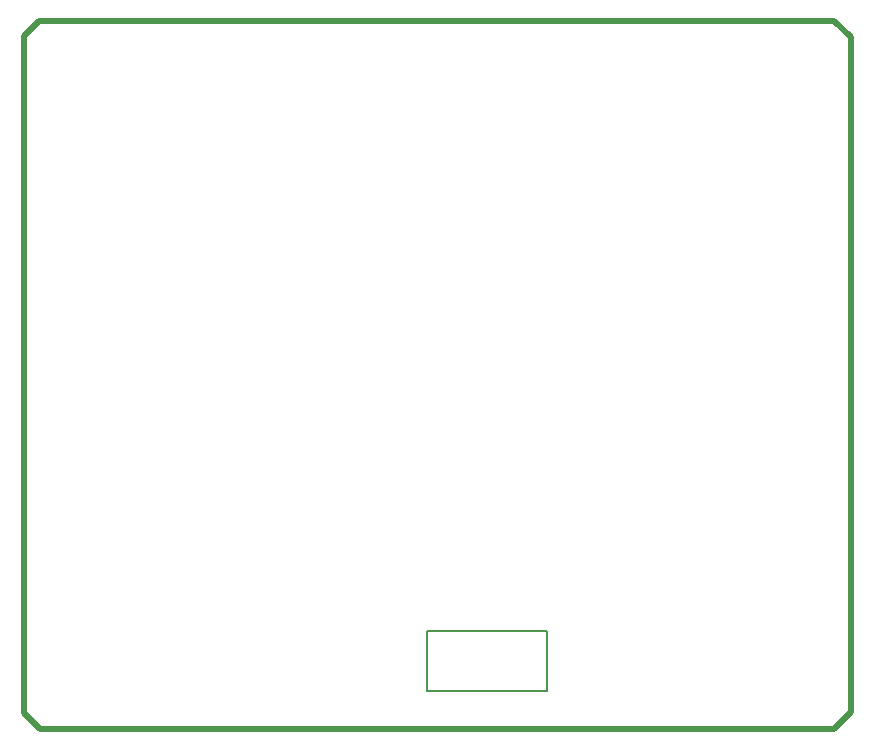
<source format=gbo>
G04*
G04 #@! TF.GenerationSoftware,Altium Limited,Altium Designer,20.0.13 (296)*
G04*
G04 Layer_Color=32896*
%FSLAX25Y25*%
%MOIN*%
G70*
G01*
G75*
%ADD13C,0.00787*%
%ADD19C,0.01968*%
D13*
X331142Y209409D02*
X371142D01*
X331142Y229410D02*
X371142D01*
Y209409D02*
Y229410D01*
X331142Y209409D02*
Y229410D01*
D19*
X472441Y202441D02*
Y427559D01*
X466850Y196850D02*
X472441Y202441D01*
X202150Y196850D02*
X466850D01*
X196850Y202150D02*
X202150Y196850D01*
X196850Y202150D02*
Y427850D01*
X202071Y433071D01*
X466929D01*
X472441Y427559D01*
M02*

</source>
